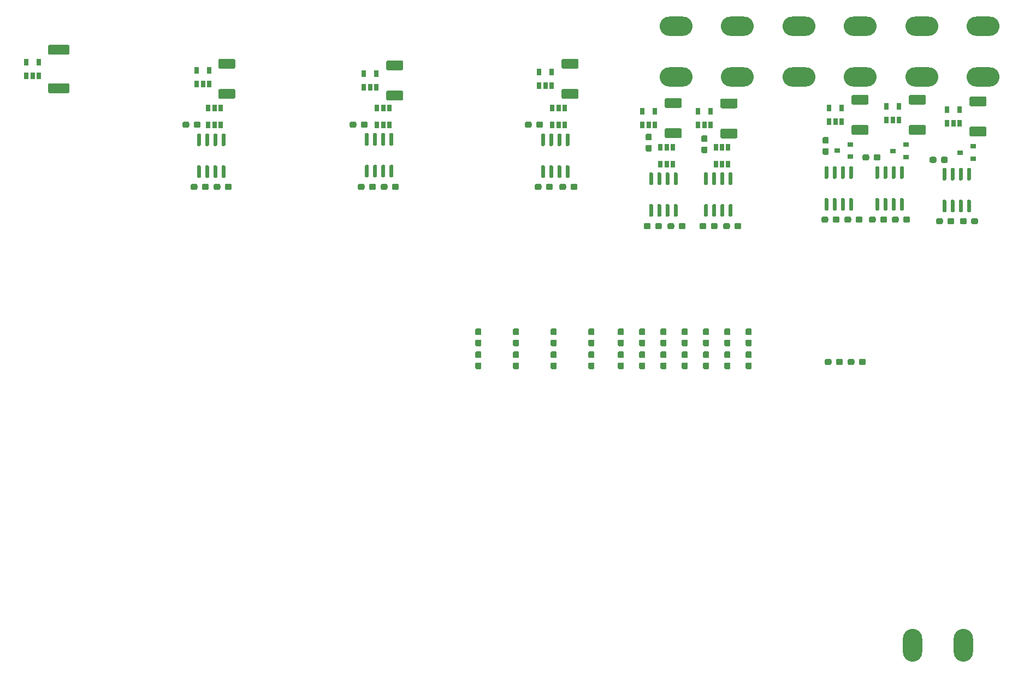
<source format=gbr>
%TF.GenerationSoftware,KiCad,Pcbnew,(5.1.6)-1*%
%TF.CreationDate,2022-03-18T16:24:39-05:00*%
%TF.ProjectId,2022_Rev2,32303232-5f52-4657-9632-2e6b69636164,rev?*%
%TF.SameCoordinates,Original*%
%TF.FileFunction,Paste,Top*%
%TF.FilePolarity,Positive*%
%FSLAX46Y46*%
G04 Gerber Fmt 4.6, Leading zero omitted, Abs format (unit mm)*
G04 Created by KiCad (PCBNEW (5.1.6)-1) date 2022-03-18 16:24:39*
%MOMM*%
%LPD*%
G01*
G04 APERTURE LIST*
%ADD10O,5.100000X3.000000*%
%ADD11R,0.650000X1.060000*%
%ADD12R,0.900000X0.800000*%
%ADD13R,0.700000X1.000000*%
%ADD14O,3.000000X5.100000*%
G04 APERTURE END LIST*
%TO.C,R36*%
G36*
G01*
X231707001Y-50749000D02*
X229556999Y-50749000D01*
G75*
G02*
X229307000Y-50499001I0J249999D01*
G01*
X229307000Y-49473999D01*
G75*
G02*
X229556999Y-49224000I249999J0D01*
G01*
X231707001Y-49224000D01*
G75*
G02*
X231957000Y-49473999I0J-249999D01*
G01*
X231957000Y-50499001D01*
G75*
G02*
X231707001Y-50749000I-249999J0D01*
G01*
G37*
G36*
G01*
X231707001Y-55424000D02*
X229556999Y-55424000D01*
G75*
G02*
X229307000Y-55174001I0J249999D01*
G01*
X229307000Y-54148999D01*
G75*
G02*
X229556999Y-53899000I249999J0D01*
G01*
X231707001Y-53899000D01*
G75*
G02*
X231957000Y-54148999I0J-249999D01*
G01*
X231957000Y-55174001D01*
G75*
G02*
X231707001Y-55424000I-249999J0D01*
G01*
G37*
%TD*%
%TO.C,R35*%
G36*
G01*
X184463001Y-51003000D02*
X182312999Y-51003000D01*
G75*
G02*
X182063000Y-50753001I0J249999D01*
G01*
X182063000Y-49727999D01*
G75*
G02*
X182312999Y-49478000I249999J0D01*
G01*
X184463001Y-49478000D01*
G75*
G02*
X184713000Y-49727999I0J-249999D01*
G01*
X184713000Y-50753001D01*
G75*
G02*
X184463001Y-51003000I-249999J0D01*
G01*
G37*
G36*
G01*
X184463001Y-55678000D02*
X182312999Y-55678000D01*
G75*
G02*
X182063000Y-55428001I0J249999D01*
G01*
X182063000Y-54402999D01*
G75*
G02*
X182312999Y-54153000I249999J0D01*
G01*
X184463001Y-54153000D01*
G75*
G02*
X184713000Y-54402999I0J-249999D01*
G01*
X184713000Y-55428001D01*
G75*
G02*
X184463001Y-55678000I-249999J0D01*
G01*
G37*
%TD*%
%TO.C,R34*%
G36*
G01*
X115248001Y-44907000D02*
X113097999Y-44907000D01*
G75*
G02*
X112848000Y-44657001I0J249999D01*
G01*
X112848000Y-43631999D01*
G75*
G02*
X113097999Y-43382000I249999J0D01*
G01*
X115248001Y-43382000D01*
G75*
G02*
X115498000Y-43631999I0J-249999D01*
G01*
X115498000Y-44657001D01*
G75*
G02*
X115248001Y-44907000I-249999J0D01*
G01*
G37*
G36*
G01*
X115248001Y-49582000D02*
X113097999Y-49582000D01*
G75*
G02*
X112848000Y-49332001I0J249999D01*
G01*
X112848000Y-48306999D01*
G75*
G02*
X113097999Y-48057000I249999J0D01*
G01*
X115248001Y-48057000D01*
G75*
G02*
X115498000Y-48306999I0J-249999D01*
G01*
X115498000Y-49332001D01*
G75*
G02*
X115248001Y-49582000I-249999J0D01*
G01*
G37*
%TD*%
%TO.C,R26*%
G36*
G01*
X193099001Y-51054500D02*
X190948999Y-51054500D01*
G75*
G02*
X190699000Y-50804501I0J249999D01*
G01*
X190699000Y-49779499D01*
G75*
G02*
X190948999Y-49529500I249999J0D01*
G01*
X193099001Y-49529500D01*
G75*
G02*
X193349000Y-49779499I0J-249999D01*
G01*
X193349000Y-50804501D01*
G75*
G02*
X193099001Y-51054500I-249999J0D01*
G01*
G37*
G36*
G01*
X193099001Y-55729500D02*
X190948999Y-55729500D01*
G75*
G02*
X190699000Y-55479501I0J249999D01*
G01*
X190699000Y-54454499D01*
G75*
G02*
X190948999Y-54204500I249999J0D01*
G01*
X193099001Y-54204500D01*
G75*
G02*
X193349000Y-54454499I0J-249999D01*
G01*
X193349000Y-55479501D01*
G75*
G02*
X193099001Y-55729500I-249999J0D01*
G01*
G37*
%TD*%
%TO.C,R23*%
G36*
G01*
X168461001Y-44907000D02*
X166310999Y-44907000D01*
G75*
G02*
X166061000Y-44657001I0J249999D01*
G01*
X166061000Y-43631999D01*
G75*
G02*
X166310999Y-43382000I249999J0D01*
G01*
X168461001Y-43382000D01*
G75*
G02*
X168711000Y-43631999I0J-249999D01*
G01*
X168711000Y-44657001D01*
G75*
G02*
X168461001Y-44907000I-249999J0D01*
G01*
G37*
G36*
G01*
X168461001Y-49582000D02*
X166310999Y-49582000D01*
G75*
G02*
X166061000Y-49332001I0J249999D01*
G01*
X166061000Y-48306999D01*
G75*
G02*
X166310999Y-48057000I249999J0D01*
G01*
X168461001Y-48057000D01*
G75*
G02*
X168711000Y-48306999I0J-249999D01*
G01*
X168711000Y-49332001D01*
G75*
G02*
X168461001Y-49582000I-249999J0D01*
G01*
G37*
%TD*%
%TO.C,R21*%
G36*
G01*
X213419001Y-50495000D02*
X211268999Y-50495000D01*
G75*
G02*
X211019000Y-50245001I0J249999D01*
G01*
X211019000Y-49219999D01*
G75*
G02*
X211268999Y-48970000I249999J0D01*
G01*
X213419001Y-48970000D01*
G75*
G02*
X213669000Y-49219999I0J-249999D01*
G01*
X213669000Y-50245001D01*
G75*
G02*
X213419001Y-50495000I-249999J0D01*
G01*
G37*
G36*
G01*
X213419001Y-55170000D02*
X211268999Y-55170000D01*
G75*
G02*
X211019000Y-54920001I0J249999D01*
G01*
X211019000Y-53894999D01*
G75*
G02*
X211268999Y-53645000I249999J0D01*
G01*
X213419001Y-53645000D01*
G75*
G02*
X213669000Y-53894999I0J-249999D01*
G01*
X213669000Y-54920001D01*
G75*
G02*
X213419001Y-55170000I-249999J0D01*
G01*
G37*
%TD*%
%TO.C,R18*%
G36*
G01*
X222309001Y-50495000D02*
X220158999Y-50495000D01*
G75*
G02*
X219909000Y-50245001I0J249999D01*
G01*
X219909000Y-49219999D01*
G75*
G02*
X220158999Y-48970000I249999J0D01*
G01*
X222309001Y-48970000D01*
G75*
G02*
X222559000Y-49219999I0J-249999D01*
G01*
X222559000Y-50245001D01*
G75*
G02*
X222309001Y-50495000I-249999J0D01*
G01*
G37*
G36*
G01*
X222309001Y-55170000D02*
X220158999Y-55170000D01*
G75*
G02*
X219909000Y-54920001I0J249999D01*
G01*
X219909000Y-53894999D01*
G75*
G02*
X220158999Y-53645000I249999J0D01*
G01*
X222309001Y-53645000D01*
G75*
G02*
X222559000Y-53894999I0J-249999D01*
G01*
X222559000Y-54920001D01*
G75*
G02*
X222309001Y-55170000I-249999J0D01*
G01*
G37*
%TD*%
%TO.C,R16*%
G36*
G01*
X141283001Y-45161000D02*
X139132999Y-45161000D01*
G75*
G02*
X138883000Y-44911001I0J249999D01*
G01*
X138883000Y-43885999D01*
G75*
G02*
X139132999Y-43636000I249999J0D01*
G01*
X141283001Y-43636000D01*
G75*
G02*
X141533000Y-43885999I0J-249999D01*
G01*
X141533000Y-44911001D01*
G75*
G02*
X141283001Y-45161000I-249999J0D01*
G01*
G37*
G36*
G01*
X141283001Y-49836000D02*
X139132999Y-49836000D01*
G75*
G02*
X138883000Y-49586001I0J249999D01*
G01*
X138883000Y-48560999D01*
G75*
G02*
X139132999Y-48311000I249999J0D01*
G01*
X141283001Y-48311000D01*
G75*
G02*
X141533000Y-48560999I0J-249999D01*
G01*
X141533000Y-49586001D01*
G75*
G02*
X141283001Y-49836000I-249999J0D01*
G01*
G37*
%TD*%
%TO.C,R2*%
G36*
G01*
X89563001Y-42733000D02*
X86712999Y-42733000D01*
G75*
G02*
X86463000Y-42483001I0J249999D01*
G01*
X86463000Y-41457999D01*
G75*
G02*
X86712999Y-41208000I249999J0D01*
G01*
X89563001Y-41208000D01*
G75*
G02*
X89813000Y-41457999I0J-249999D01*
G01*
X89813000Y-42483001D01*
G75*
G02*
X89563001Y-42733000I-249999J0D01*
G01*
G37*
G36*
G01*
X89563001Y-48708000D02*
X86712999Y-48708000D01*
G75*
G02*
X86463000Y-48458001I0J249999D01*
G01*
X86463000Y-47432999D01*
G75*
G02*
X86712999Y-47183000I249999J0D01*
G01*
X89563001Y-47183000D01*
G75*
G02*
X89813000Y-47432999I0J-249999D01*
G01*
X89813000Y-48458001D01*
G75*
G02*
X89563001Y-48708000I-249999J0D01*
G01*
G37*
%TD*%
D10*
%TO.C,Conn10*%
X231425000Y-38285000D03*
X231425000Y-46159000D03*
%TD*%
%TO.C,Conn5*%
X212375000Y-38285000D03*
X212375000Y-46159000D03*
%TD*%
%TO.C,Conn7*%
X193325000Y-38285000D03*
X193325000Y-46159000D03*
%TD*%
%TO.C,Conn8*%
X221900000Y-38278000D03*
X221900000Y-46152000D03*
%TD*%
%TO.C,Conn6*%
X183800000Y-38285000D03*
X183800000Y-46159000D03*
%TD*%
%TO.C,Conn11*%
X202850000Y-38285000D03*
X202850000Y-46159000D03*
%TD*%
D11*
%TO.C,U25*%
X225872000Y-51224000D03*
X227772000Y-51224000D03*
X227772000Y-53424000D03*
X226822000Y-53424000D03*
X225872000Y-53424000D03*
%TD*%
%TO.C,U24*%
X178628000Y-51478000D03*
X180528000Y-51478000D03*
X180528000Y-53678000D03*
X179578000Y-53678000D03*
X178628000Y-53678000D03*
%TD*%
%TO.C,U23*%
X109540000Y-45128000D03*
X111440000Y-45128000D03*
X111440000Y-47328000D03*
X110490000Y-47328000D03*
X109540000Y-47328000D03*
%TD*%
%TO.C,U22*%
G36*
G01*
X225575000Y-62254000D02*
X225275000Y-62254000D01*
G75*
G02*
X225125000Y-62104000I0J150000D01*
G01*
X225125000Y-60454000D01*
G75*
G02*
X225275000Y-60304000I150000J0D01*
G01*
X225575000Y-60304000D01*
G75*
G02*
X225725000Y-60454000I0J-150000D01*
G01*
X225725000Y-62104000D01*
G75*
G02*
X225575000Y-62254000I-150000J0D01*
G01*
G37*
G36*
G01*
X226845000Y-62254000D02*
X226545000Y-62254000D01*
G75*
G02*
X226395000Y-62104000I0J150000D01*
G01*
X226395000Y-60454000D01*
G75*
G02*
X226545000Y-60304000I150000J0D01*
G01*
X226845000Y-60304000D01*
G75*
G02*
X226995000Y-60454000I0J-150000D01*
G01*
X226995000Y-62104000D01*
G75*
G02*
X226845000Y-62254000I-150000J0D01*
G01*
G37*
G36*
G01*
X228115000Y-62254000D02*
X227815000Y-62254000D01*
G75*
G02*
X227665000Y-62104000I0J150000D01*
G01*
X227665000Y-60454000D01*
G75*
G02*
X227815000Y-60304000I150000J0D01*
G01*
X228115000Y-60304000D01*
G75*
G02*
X228265000Y-60454000I0J-150000D01*
G01*
X228265000Y-62104000D01*
G75*
G02*
X228115000Y-62254000I-150000J0D01*
G01*
G37*
G36*
G01*
X229385000Y-62254000D02*
X229085000Y-62254000D01*
G75*
G02*
X228935000Y-62104000I0J150000D01*
G01*
X228935000Y-60454000D01*
G75*
G02*
X229085000Y-60304000I150000J0D01*
G01*
X229385000Y-60304000D01*
G75*
G02*
X229535000Y-60454000I0J-150000D01*
G01*
X229535000Y-62104000D01*
G75*
G02*
X229385000Y-62254000I-150000J0D01*
G01*
G37*
G36*
G01*
X229385000Y-67204000D02*
X229085000Y-67204000D01*
G75*
G02*
X228935000Y-67054000I0J150000D01*
G01*
X228935000Y-65404000D01*
G75*
G02*
X229085000Y-65254000I150000J0D01*
G01*
X229385000Y-65254000D01*
G75*
G02*
X229535000Y-65404000I0J-150000D01*
G01*
X229535000Y-67054000D01*
G75*
G02*
X229385000Y-67204000I-150000J0D01*
G01*
G37*
G36*
G01*
X228115000Y-67204000D02*
X227815000Y-67204000D01*
G75*
G02*
X227665000Y-67054000I0J150000D01*
G01*
X227665000Y-65404000D01*
G75*
G02*
X227815000Y-65254000I150000J0D01*
G01*
X228115000Y-65254000D01*
G75*
G02*
X228265000Y-65404000I0J-150000D01*
G01*
X228265000Y-67054000D01*
G75*
G02*
X228115000Y-67204000I-150000J0D01*
G01*
G37*
G36*
G01*
X226845000Y-67204000D02*
X226545000Y-67204000D01*
G75*
G02*
X226395000Y-67054000I0J150000D01*
G01*
X226395000Y-65404000D01*
G75*
G02*
X226545000Y-65254000I150000J0D01*
G01*
X226845000Y-65254000D01*
G75*
G02*
X226995000Y-65404000I0J-150000D01*
G01*
X226995000Y-67054000D01*
G75*
G02*
X226845000Y-67204000I-150000J0D01*
G01*
G37*
G36*
G01*
X225575000Y-67204000D02*
X225275000Y-67204000D01*
G75*
G02*
X225125000Y-67054000I0J150000D01*
G01*
X225125000Y-65404000D01*
G75*
G02*
X225275000Y-65254000I150000J0D01*
G01*
X225575000Y-65254000D01*
G75*
G02*
X225725000Y-65404000I0J-150000D01*
G01*
X225725000Y-67054000D01*
G75*
G02*
X225575000Y-67204000I-150000J0D01*
G01*
G37*
%TD*%
%TO.C,U21*%
G36*
G01*
X180109000Y-62951000D02*
X179809000Y-62951000D01*
G75*
G02*
X179659000Y-62801000I0J150000D01*
G01*
X179659000Y-61151000D01*
G75*
G02*
X179809000Y-61001000I150000J0D01*
G01*
X180109000Y-61001000D01*
G75*
G02*
X180259000Y-61151000I0J-150000D01*
G01*
X180259000Y-62801000D01*
G75*
G02*
X180109000Y-62951000I-150000J0D01*
G01*
G37*
G36*
G01*
X181379000Y-62951000D02*
X181079000Y-62951000D01*
G75*
G02*
X180929000Y-62801000I0J150000D01*
G01*
X180929000Y-61151000D01*
G75*
G02*
X181079000Y-61001000I150000J0D01*
G01*
X181379000Y-61001000D01*
G75*
G02*
X181529000Y-61151000I0J-150000D01*
G01*
X181529000Y-62801000D01*
G75*
G02*
X181379000Y-62951000I-150000J0D01*
G01*
G37*
G36*
G01*
X182649000Y-62951000D02*
X182349000Y-62951000D01*
G75*
G02*
X182199000Y-62801000I0J150000D01*
G01*
X182199000Y-61151000D01*
G75*
G02*
X182349000Y-61001000I150000J0D01*
G01*
X182649000Y-61001000D01*
G75*
G02*
X182799000Y-61151000I0J-150000D01*
G01*
X182799000Y-62801000D01*
G75*
G02*
X182649000Y-62951000I-150000J0D01*
G01*
G37*
G36*
G01*
X183919000Y-62951000D02*
X183619000Y-62951000D01*
G75*
G02*
X183469000Y-62801000I0J150000D01*
G01*
X183469000Y-61151000D01*
G75*
G02*
X183619000Y-61001000I150000J0D01*
G01*
X183919000Y-61001000D01*
G75*
G02*
X184069000Y-61151000I0J-150000D01*
G01*
X184069000Y-62801000D01*
G75*
G02*
X183919000Y-62951000I-150000J0D01*
G01*
G37*
G36*
G01*
X183919000Y-67901000D02*
X183619000Y-67901000D01*
G75*
G02*
X183469000Y-67751000I0J150000D01*
G01*
X183469000Y-66101000D01*
G75*
G02*
X183619000Y-65951000I150000J0D01*
G01*
X183919000Y-65951000D01*
G75*
G02*
X184069000Y-66101000I0J-150000D01*
G01*
X184069000Y-67751000D01*
G75*
G02*
X183919000Y-67901000I-150000J0D01*
G01*
G37*
G36*
G01*
X182649000Y-67901000D02*
X182349000Y-67901000D01*
G75*
G02*
X182199000Y-67751000I0J150000D01*
G01*
X182199000Y-66101000D01*
G75*
G02*
X182349000Y-65951000I150000J0D01*
G01*
X182649000Y-65951000D01*
G75*
G02*
X182799000Y-66101000I0J-150000D01*
G01*
X182799000Y-67751000D01*
G75*
G02*
X182649000Y-67901000I-150000J0D01*
G01*
G37*
G36*
G01*
X181379000Y-67901000D02*
X181079000Y-67901000D01*
G75*
G02*
X180929000Y-67751000I0J150000D01*
G01*
X180929000Y-66101000D01*
G75*
G02*
X181079000Y-65951000I150000J0D01*
G01*
X181379000Y-65951000D01*
G75*
G02*
X181529000Y-66101000I0J-150000D01*
G01*
X181529000Y-67751000D01*
G75*
G02*
X181379000Y-67901000I-150000J0D01*
G01*
G37*
G36*
G01*
X180109000Y-67901000D02*
X179809000Y-67901000D01*
G75*
G02*
X179659000Y-67751000I0J150000D01*
G01*
X179659000Y-66101000D01*
G75*
G02*
X179809000Y-65951000I150000J0D01*
G01*
X180109000Y-65951000D01*
G75*
G02*
X180259000Y-66101000I0J-150000D01*
G01*
X180259000Y-67751000D01*
G75*
G02*
X180109000Y-67901000I-150000J0D01*
G01*
G37*
%TD*%
%TO.C,U20*%
G36*
G01*
X110005000Y-56920000D02*
X109705000Y-56920000D01*
G75*
G02*
X109555000Y-56770000I0J150000D01*
G01*
X109555000Y-55120000D01*
G75*
G02*
X109705000Y-54970000I150000J0D01*
G01*
X110005000Y-54970000D01*
G75*
G02*
X110155000Y-55120000I0J-150000D01*
G01*
X110155000Y-56770000D01*
G75*
G02*
X110005000Y-56920000I-150000J0D01*
G01*
G37*
G36*
G01*
X111275000Y-56920000D02*
X110975000Y-56920000D01*
G75*
G02*
X110825000Y-56770000I0J150000D01*
G01*
X110825000Y-55120000D01*
G75*
G02*
X110975000Y-54970000I150000J0D01*
G01*
X111275000Y-54970000D01*
G75*
G02*
X111425000Y-55120000I0J-150000D01*
G01*
X111425000Y-56770000D01*
G75*
G02*
X111275000Y-56920000I-150000J0D01*
G01*
G37*
G36*
G01*
X112545000Y-56920000D02*
X112245000Y-56920000D01*
G75*
G02*
X112095000Y-56770000I0J150000D01*
G01*
X112095000Y-55120000D01*
G75*
G02*
X112245000Y-54970000I150000J0D01*
G01*
X112545000Y-54970000D01*
G75*
G02*
X112695000Y-55120000I0J-150000D01*
G01*
X112695000Y-56770000D01*
G75*
G02*
X112545000Y-56920000I-150000J0D01*
G01*
G37*
G36*
G01*
X113815000Y-56920000D02*
X113515000Y-56920000D01*
G75*
G02*
X113365000Y-56770000I0J150000D01*
G01*
X113365000Y-55120000D01*
G75*
G02*
X113515000Y-54970000I150000J0D01*
G01*
X113815000Y-54970000D01*
G75*
G02*
X113965000Y-55120000I0J-150000D01*
G01*
X113965000Y-56770000D01*
G75*
G02*
X113815000Y-56920000I-150000J0D01*
G01*
G37*
G36*
G01*
X113815000Y-61870000D02*
X113515000Y-61870000D01*
G75*
G02*
X113365000Y-61720000I0J150000D01*
G01*
X113365000Y-60070000D01*
G75*
G02*
X113515000Y-59920000I150000J0D01*
G01*
X113815000Y-59920000D01*
G75*
G02*
X113965000Y-60070000I0J-150000D01*
G01*
X113965000Y-61720000D01*
G75*
G02*
X113815000Y-61870000I-150000J0D01*
G01*
G37*
G36*
G01*
X112545000Y-61870000D02*
X112245000Y-61870000D01*
G75*
G02*
X112095000Y-61720000I0J150000D01*
G01*
X112095000Y-60070000D01*
G75*
G02*
X112245000Y-59920000I150000J0D01*
G01*
X112545000Y-59920000D01*
G75*
G02*
X112695000Y-60070000I0J-150000D01*
G01*
X112695000Y-61720000D01*
G75*
G02*
X112545000Y-61870000I-150000J0D01*
G01*
G37*
G36*
G01*
X111275000Y-61870000D02*
X110975000Y-61870000D01*
G75*
G02*
X110825000Y-61720000I0J150000D01*
G01*
X110825000Y-60070000D01*
G75*
G02*
X110975000Y-59920000I150000J0D01*
G01*
X111275000Y-59920000D01*
G75*
G02*
X111425000Y-60070000I0J-150000D01*
G01*
X111425000Y-61720000D01*
G75*
G02*
X111275000Y-61870000I-150000J0D01*
G01*
G37*
G36*
G01*
X110005000Y-61870000D02*
X109705000Y-61870000D01*
G75*
G02*
X109555000Y-61720000I0J150000D01*
G01*
X109555000Y-60070000D01*
G75*
G02*
X109705000Y-59920000I150000J0D01*
G01*
X110005000Y-59920000D01*
G75*
G02*
X110155000Y-60070000I0J-150000D01*
G01*
X110155000Y-61720000D01*
G75*
G02*
X110005000Y-61870000I-150000J0D01*
G01*
G37*
%TD*%
%TO.C,U19*%
X187264000Y-51478000D03*
X189164000Y-51478000D03*
X189164000Y-53678000D03*
X188214000Y-53678000D03*
X187264000Y-53678000D03*
%TD*%
%TO.C,U18*%
G36*
G01*
X188618000Y-62951000D02*
X188318000Y-62951000D01*
G75*
G02*
X188168000Y-62801000I0J150000D01*
G01*
X188168000Y-61151000D01*
G75*
G02*
X188318000Y-61001000I150000J0D01*
G01*
X188618000Y-61001000D01*
G75*
G02*
X188768000Y-61151000I0J-150000D01*
G01*
X188768000Y-62801000D01*
G75*
G02*
X188618000Y-62951000I-150000J0D01*
G01*
G37*
G36*
G01*
X189888000Y-62951000D02*
X189588000Y-62951000D01*
G75*
G02*
X189438000Y-62801000I0J150000D01*
G01*
X189438000Y-61151000D01*
G75*
G02*
X189588000Y-61001000I150000J0D01*
G01*
X189888000Y-61001000D01*
G75*
G02*
X190038000Y-61151000I0J-150000D01*
G01*
X190038000Y-62801000D01*
G75*
G02*
X189888000Y-62951000I-150000J0D01*
G01*
G37*
G36*
G01*
X191158000Y-62951000D02*
X190858000Y-62951000D01*
G75*
G02*
X190708000Y-62801000I0J150000D01*
G01*
X190708000Y-61151000D01*
G75*
G02*
X190858000Y-61001000I150000J0D01*
G01*
X191158000Y-61001000D01*
G75*
G02*
X191308000Y-61151000I0J-150000D01*
G01*
X191308000Y-62801000D01*
G75*
G02*
X191158000Y-62951000I-150000J0D01*
G01*
G37*
G36*
G01*
X192428000Y-62951000D02*
X192128000Y-62951000D01*
G75*
G02*
X191978000Y-62801000I0J150000D01*
G01*
X191978000Y-61151000D01*
G75*
G02*
X192128000Y-61001000I150000J0D01*
G01*
X192428000Y-61001000D01*
G75*
G02*
X192578000Y-61151000I0J-150000D01*
G01*
X192578000Y-62801000D01*
G75*
G02*
X192428000Y-62951000I-150000J0D01*
G01*
G37*
G36*
G01*
X192428000Y-67901000D02*
X192128000Y-67901000D01*
G75*
G02*
X191978000Y-67751000I0J150000D01*
G01*
X191978000Y-66101000D01*
G75*
G02*
X192128000Y-65951000I150000J0D01*
G01*
X192428000Y-65951000D01*
G75*
G02*
X192578000Y-66101000I0J-150000D01*
G01*
X192578000Y-67751000D01*
G75*
G02*
X192428000Y-67901000I-150000J0D01*
G01*
G37*
G36*
G01*
X191158000Y-67901000D02*
X190858000Y-67901000D01*
G75*
G02*
X190708000Y-67751000I0J150000D01*
G01*
X190708000Y-66101000D01*
G75*
G02*
X190858000Y-65951000I150000J0D01*
G01*
X191158000Y-65951000D01*
G75*
G02*
X191308000Y-66101000I0J-150000D01*
G01*
X191308000Y-67751000D01*
G75*
G02*
X191158000Y-67901000I-150000J0D01*
G01*
G37*
G36*
G01*
X189888000Y-67901000D02*
X189588000Y-67901000D01*
G75*
G02*
X189438000Y-67751000I0J150000D01*
G01*
X189438000Y-66101000D01*
G75*
G02*
X189588000Y-65951000I150000J0D01*
G01*
X189888000Y-65951000D01*
G75*
G02*
X190038000Y-66101000I0J-150000D01*
G01*
X190038000Y-67751000D01*
G75*
G02*
X189888000Y-67901000I-150000J0D01*
G01*
G37*
G36*
G01*
X188618000Y-67901000D02*
X188318000Y-67901000D01*
G75*
G02*
X188168000Y-67751000I0J150000D01*
G01*
X188168000Y-66101000D01*
G75*
G02*
X188318000Y-65951000I150000J0D01*
G01*
X188618000Y-65951000D01*
G75*
G02*
X188768000Y-66101000I0J-150000D01*
G01*
X188768000Y-67751000D01*
G75*
G02*
X188618000Y-67901000I-150000J0D01*
G01*
G37*
%TD*%
%TO.C,U17*%
G36*
G01*
X163345000Y-56920000D02*
X163045000Y-56920000D01*
G75*
G02*
X162895000Y-56770000I0J150000D01*
G01*
X162895000Y-55120000D01*
G75*
G02*
X163045000Y-54970000I150000J0D01*
G01*
X163345000Y-54970000D01*
G75*
G02*
X163495000Y-55120000I0J-150000D01*
G01*
X163495000Y-56770000D01*
G75*
G02*
X163345000Y-56920000I-150000J0D01*
G01*
G37*
G36*
G01*
X164615000Y-56920000D02*
X164315000Y-56920000D01*
G75*
G02*
X164165000Y-56770000I0J150000D01*
G01*
X164165000Y-55120000D01*
G75*
G02*
X164315000Y-54970000I150000J0D01*
G01*
X164615000Y-54970000D01*
G75*
G02*
X164765000Y-55120000I0J-150000D01*
G01*
X164765000Y-56770000D01*
G75*
G02*
X164615000Y-56920000I-150000J0D01*
G01*
G37*
G36*
G01*
X165885000Y-56920000D02*
X165585000Y-56920000D01*
G75*
G02*
X165435000Y-56770000I0J150000D01*
G01*
X165435000Y-55120000D01*
G75*
G02*
X165585000Y-54970000I150000J0D01*
G01*
X165885000Y-54970000D01*
G75*
G02*
X166035000Y-55120000I0J-150000D01*
G01*
X166035000Y-56770000D01*
G75*
G02*
X165885000Y-56920000I-150000J0D01*
G01*
G37*
G36*
G01*
X167155000Y-56920000D02*
X166855000Y-56920000D01*
G75*
G02*
X166705000Y-56770000I0J150000D01*
G01*
X166705000Y-55120000D01*
G75*
G02*
X166855000Y-54970000I150000J0D01*
G01*
X167155000Y-54970000D01*
G75*
G02*
X167305000Y-55120000I0J-150000D01*
G01*
X167305000Y-56770000D01*
G75*
G02*
X167155000Y-56920000I-150000J0D01*
G01*
G37*
G36*
G01*
X167155000Y-61870000D02*
X166855000Y-61870000D01*
G75*
G02*
X166705000Y-61720000I0J150000D01*
G01*
X166705000Y-60070000D01*
G75*
G02*
X166855000Y-59920000I150000J0D01*
G01*
X167155000Y-59920000D01*
G75*
G02*
X167305000Y-60070000I0J-150000D01*
G01*
X167305000Y-61720000D01*
G75*
G02*
X167155000Y-61870000I-150000J0D01*
G01*
G37*
G36*
G01*
X165885000Y-61870000D02*
X165585000Y-61870000D01*
G75*
G02*
X165435000Y-61720000I0J150000D01*
G01*
X165435000Y-60070000D01*
G75*
G02*
X165585000Y-59920000I150000J0D01*
G01*
X165885000Y-59920000D01*
G75*
G02*
X166035000Y-60070000I0J-150000D01*
G01*
X166035000Y-61720000D01*
G75*
G02*
X165885000Y-61870000I-150000J0D01*
G01*
G37*
G36*
G01*
X164615000Y-61870000D02*
X164315000Y-61870000D01*
G75*
G02*
X164165000Y-61720000I0J150000D01*
G01*
X164165000Y-60070000D01*
G75*
G02*
X164315000Y-59920000I150000J0D01*
G01*
X164615000Y-59920000D01*
G75*
G02*
X164765000Y-60070000I0J-150000D01*
G01*
X164765000Y-61720000D01*
G75*
G02*
X164615000Y-61870000I-150000J0D01*
G01*
G37*
G36*
G01*
X163345000Y-61870000D02*
X163045000Y-61870000D01*
G75*
G02*
X162895000Y-61720000I0J150000D01*
G01*
X162895000Y-60070000D01*
G75*
G02*
X163045000Y-59920000I150000J0D01*
G01*
X163345000Y-59920000D01*
G75*
G02*
X163495000Y-60070000I0J-150000D01*
G01*
X163495000Y-61720000D01*
G75*
G02*
X163345000Y-61870000I-150000J0D01*
G01*
G37*
%TD*%
%TO.C,U16*%
X162626000Y-45382000D03*
X164526000Y-45382000D03*
X164526000Y-47582000D03*
X163576000Y-47582000D03*
X162626000Y-47582000D03*
%TD*%
%TO.C,U15*%
X207584000Y-50970000D03*
X209484000Y-50970000D03*
X209484000Y-53170000D03*
X208534000Y-53170000D03*
X207584000Y-53170000D03*
%TD*%
%TO.C,U13*%
X216474000Y-50716000D03*
X218374000Y-50716000D03*
X218374000Y-52916000D03*
X217424000Y-52916000D03*
X216474000Y-52916000D03*
%TD*%
%TO.C,U12*%
X135448000Y-45636000D03*
X137348000Y-45636000D03*
X137348000Y-47836000D03*
X136398000Y-47836000D03*
X135448000Y-47836000D03*
%TD*%
%TO.C,U11*%
G36*
G01*
X207287000Y-62000000D02*
X206987000Y-62000000D01*
G75*
G02*
X206837000Y-61850000I0J150000D01*
G01*
X206837000Y-60200000D01*
G75*
G02*
X206987000Y-60050000I150000J0D01*
G01*
X207287000Y-60050000D01*
G75*
G02*
X207437000Y-60200000I0J-150000D01*
G01*
X207437000Y-61850000D01*
G75*
G02*
X207287000Y-62000000I-150000J0D01*
G01*
G37*
G36*
G01*
X208557000Y-62000000D02*
X208257000Y-62000000D01*
G75*
G02*
X208107000Y-61850000I0J150000D01*
G01*
X208107000Y-60200000D01*
G75*
G02*
X208257000Y-60050000I150000J0D01*
G01*
X208557000Y-60050000D01*
G75*
G02*
X208707000Y-60200000I0J-150000D01*
G01*
X208707000Y-61850000D01*
G75*
G02*
X208557000Y-62000000I-150000J0D01*
G01*
G37*
G36*
G01*
X209827000Y-62000000D02*
X209527000Y-62000000D01*
G75*
G02*
X209377000Y-61850000I0J150000D01*
G01*
X209377000Y-60200000D01*
G75*
G02*
X209527000Y-60050000I150000J0D01*
G01*
X209827000Y-60050000D01*
G75*
G02*
X209977000Y-60200000I0J-150000D01*
G01*
X209977000Y-61850000D01*
G75*
G02*
X209827000Y-62000000I-150000J0D01*
G01*
G37*
G36*
G01*
X211097000Y-62000000D02*
X210797000Y-62000000D01*
G75*
G02*
X210647000Y-61850000I0J150000D01*
G01*
X210647000Y-60200000D01*
G75*
G02*
X210797000Y-60050000I150000J0D01*
G01*
X211097000Y-60050000D01*
G75*
G02*
X211247000Y-60200000I0J-150000D01*
G01*
X211247000Y-61850000D01*
G75*
G02*
X211097000Y-62000000I-150000J0D01*
G01*
G37*
G36*
G01*
X211097000Y-66950000D02*
X210797000Y-66950000D01*
G75*
G02*
X210647000Y-66800000I0J150000D01*
G01*
X210647000Y-65150000D01*
G75*
G02*
X210797000Y-65000000I150000J0D01*
G01*
X211097000Y-65000000D01*
G75*
G02*
X211247000Y-65150000I0J-150000D01*
G01*
X211247000Y-66800000D01*
G75*
G02*
X211097000Y-66950000I-150000J0D01*
G01*
G37*
G36*
G01*
X209827000Y-66950000D02*
X209527000Y-66950000D01*
G75*
G02*
X209377000Y-66800000I0J150000D01*
G01*
X209377000Y-65150000D01*
G75*
G02*
X209527000Y-65000000I150000J0D01*
G01*
X209827000Y-65000000D01*
G75*
G02*
X209977000Y-65150000I0J-150000D01*
G01*
X209977000Y-66800000D01*
G75*
G02*
X209827000Y-66950000I-150000J0D01*
G01*
G37*
G36*
G01*
X208557000Y-66950000D02*
X208257000Y-66950000D01*
G75*
G02*
X208107000Y-66800000I0J150000D01*
G01*
X208107000Y-65150000D01*
G75*
G02*
X208257000Y-65000000I150000J0D01*
G01*
X208557000Y-65000000D01*
G75*
G02*
X208707000Y-65150000I0J-150000D01*
G01*
X208707000Y-66800000D01*
G75*
G02*
X208557000Y-66950000I-150000J0D01*
G01*
G37*
G36*
G01*
X207287000Y-66950000D02*
X206987000Y-66950000D01*
G75*
G02*
X206837000Y-66800000I0J150000D01*
G01*
X206837000Y-65150000D01*
G75*
G02*
X206987000Y-65000000I150000J0D01*
G01*
X207287000Y-65000000D01*
G75*
G02*
X207437000Y-65150000I0J-150000D01*
G01*
X207437000Y-66800000D01*
G75*
G02*
X207287000Y-66950000I-150000J0D01*
G01*
G37*
%TD*%
%TO.C,U9*%
G36*
G01*
X215161000Y-62000000D02*
X214861000Y-62000000D01*
G75*
G02*
X214711000Y-61850000I0J150000D01*
G01*
X214711000Y-60200000D01*
G75*
G02*
X214861000Y-60050000I150000J0D01*
G01*
X215161000Y-60050000D01*
G75*
G02*
X215311000Y-60200000I0J-150000D01*
G01*
X215311000Y-61850000D01*
G75*
G02*
X215161000Y-62000000I-150000J0D01*
G01*
G37*
G36*
G01*
X216431000Y-62000000D02*
X216131000Y-62000000D01*
G75*
G02*
X215981000Y-61850000I0J150000D01*
G01*
X215981000Y-60200000D01*
G75*
G02*
X216131000Y-60050000I150000J0D01*
G01*
X216431000Y-60050000D01*
G75*
G02*
X216581000Y-60200000I0J-150000D01*
G01*
X216581000Y-61850000D01*
G75*
G02*
X216431000Y-62000000I-150000J0D01*
G01*
G37*
G36*
G01*
X217701000Y-62000000D02*
X217401000Y-62000000D01*
G75*
G02*
X217251000Y-61850000I0J150000D01*
G01*
X217251000Y-60200000D01*
G75*
G02*
X217401000Y-60050000I150000J0D01*
G01*
X217701000Y-60050000D01*
G75*
G02*
X217851000Y-60200000I0J-150000D01*
G01*
X217851000Y-61850000D01*
G75*
G02*
X217701000Y-62000000I-150000J0D01*
G01*
G37*
G36*
G01*
X218971000Y-62000000D02*
X218671000Y-62000000D01*
G75*
G02*
X218521000Y-61850000I0J150000D01*
G01*
X218521000Y-60200000D01*
G75*
G02*
X218671000Y-60050000I150000J0D01*
G01*
X218971000Y-60050000D01*
G75*
G02*
X219121000Y-60200000I0J-150000D01*
G01*
X219121000Y-61850000D01*
G75*
G02*
X218971000Y-62000000I-150000J0D01*
G01*
G37*
G36*
G01*
X218971000Y-66950000D02*
X218671000Y-66950000D01*
G75*
G02*
X218521000Y-66800000I0J150000D01*
G01*
X218521000Y-65150000D01*
G75*
G02*
X218671000Y-65000000I150000J0D01*
G01*
X218971000Y-65000000D01*
G75*
G02*
X219121000Y-65150000I0J-150000D01*
G01*
X219121000Y-66800000D01*
G75*
G02*
X218971000Y-66950000I-150000J0D01*
G01*
G37*
G36*
G01*
X217701000Y-66950000D02*
X217401000Y-66950000D01*
G75*
G02*
X217251000Y-66800000I0J150000D01*
G01*
X217251000Y-65150000D01*
G75*
G02*
X217401000Y-65000000I150000J0D01*
G01*
X217701000Y-65000000D01*
G75*
G02*
X217851000Y-65150000I0J-150000D01*
G01*
X217851000Y-66800000D01*
G75*
G02*
X217701000Y-66950000I-150000J0D01*
G01*
G37*
G36*
G01*
X216431000Y-66950000D02*
X216131000Y-66950000D01*
G75*
G02*
X215981000Y-66800000I0J150000D01*
G01*
X215981000Y-65150000D01*
G75*
G02*
X216131000Y-65000000I150000J0D01*
G01*
X216431000Y-65000000D01*
G75*
G02*
X216581000Y-65150000I0J-150000D01*
G01*
X216581000Y-66800000D01*
G75*
G02*
X216431000Y-66950000I-150000J0D01*
G01*
G37*
G36*
G01*
X215161000Y-66950000D02*
X214861000Y-66950000D01*
G75*
G02*
X214711000Y-66800000I0J150000D01*
G01*
X214711000Y-65150000D01*
G75*
G02*
X214861000Y-65000000I150000J0D01*
G01*
X215161000Y-65000000D01*
G75*
G02*
X215311000Y-65150000I0J-150000D01*
G01*
X215311000Y-66800000D01*
G75*
G02*
X215161000Y-66950000I-150000J0D01*
G01*
G37*
%TD*%
%TO.C,U8*%
G36*
G01*
X136040000Y-56855000D02*
X135740000Y-56855000D01*
G75*
G02*
X135590000Y-56705000I0J150000D01*
G01*
X135590000Y-55055000D01*
G75*
G02*
X135740000Y-54905000I150000J0D01*
G01*
X136040000Y-54905000D01*
G75*
G02*
X136190000Y-55055000I0J-150000D01*
G01*
X136190000Y-56705000D01*
G75*
G02*
X136040000Y-56855000I-150000J0D01*
G01*
G37*
G36*
G01*
X137310000Y-56855000D02*
X137010000Y-56855000D01*
G75*
G02*
X136860000Y-56705000I0J150000D01*
G01*
X136860000Y-55055000D01*
G75*
G02*
X137010000Y-54905000I150000J0D01*
G01*
X137310000Y-54905000D01*
G75*
G02*
X137460000Y-55055000I0J-150000D01*
G01*
X137460000Y-56705000D01*
G75*
G02*
X137310000Y-56855000I-150000J0D01*
G01*
G37*
G36*
G01*
X138580000Y-56855000D02*
X138280000Y-56855000D01*
G75*
G02*
X138130000Y-56705000I0J150000D01*
G01*
X138130000Y-55055000D01*
G75*
G02*
X138280000Y-54905000I150000J0D01*
G01*
X138580000Y-54905000D01*
G75*
G02*
X138730000Y-55055000I0J-150000D01*
G01*
X138730000Y-56705000D01*
G75*
G02*
X138580000Y-56855000I-150000J0D01*
G01*
G37*
G36*
G01*
X139850000Y-56855000D02*
X139550000Y-56855000D01*
G75*
G02*
X139400000Y-56705000I0J150000D01*
G01*
X139400000Y-55055000D01*
G75*
G02*
X139550000Y-54905000I150000J0D01*
G01*
X139850000Y-54905000D01*
G75*
G02*
X140000000Y-55055000I0J-150000D01*
G01*
X140000000Y-56705000D01*
G75*
G02*
X139850000Y-56855000I-150000J0D01*
G01*
G37*
G36*
G01*
X139850000Y-61805000D02*
X139550000Y-61805000D01*
G75*
G02*
X139400000Y-61655000I0J150000D01*
G01*
X139400000Y-60005000D01*
G75*
G02*
X139550000Y-59855000I150000J0D01*
G01*
X139850000Y-59855000D01*
G75*
G02*
X140000000Y-60005000I0J-150000D01*
G01*
X140000000Y-61655000D01*
G75*
G02*
X139850000Y-61805000I-150000J0D01*
G01*
G37*
G36*
G01*
X138580000Y-61805000D02*
X138280000Y-61805000D01*
G75*
G02*
X138130000Y-61655000I0J150000D01*
G01*
X138130000Y-60005000D01*
G75*
G02*
X138280000Y-59855000I150000J0D01*
G01*
X138580000Y-59855000D01*
G75*
G02*
X138730000Y-60005000I0J-150000D01*
G01*
X138730000Y-61655000D01*
G75*
G02*
X138580000Y-61805000I-150000J0D01*
G01*
G37*
G36*
G01*
X137310000Y-61805000D02*
X137010000Y-61805000D01*
G75*
G02*
X136860000Y-61655000I0J150000D01*
G01*
X136860000Y-60005000D01*
G75*
G02*
X137010000Y-59855000I150000J0D01*
G01*
X137310000Y-59855000D01*
G75*
G02*
X137460000Y-60005000I0J-150000D01*
G01*
X137460000Y-61655000D01*
G75*
G02*
X137310000Y-61805000I-150000J0D01*
G01*
G37*
G36*
G01*
X136040000Y-61805000D02*
X135740000Y-61805000D01*
G75*
G02*
X135590000Y-61655000I0J150000D01*
G01*
X135590000Y-60005000D01*
G75*
G02*
X135740000Y-59855000I150000J0D01*
G01*
X136040000Y-59855000D01*
G75*
G02*
X136190000Y-60005000I0J-150000D01*
G01*
X136190000Y-61655000D01*
G75*
G02*
X136040000Y-61805000I-150000J0D01*
G01*
G37*
%TD*%
%TO.C,U2*%
X83124000Y-43858000D03*
X85024000Y-43858000D03*
X85024000Y-46058000D03*
X84074000Y-46058000D03*
X83124000Y-46058000D03*
%TD*%
%TO.C,R33*%
G36*
G01*
X191532500Y-90520000D02*
X192007500Y-90520000D01*
G75*
G02*
X192245000Y-90757500I0J-237500D01*
G01*
X192245000Y-91332500D01*
G75*
G02*
X192007500Y-91570000I-237500J0D01*
G01*
X191532500Y-91570000D01*
G75*
G02*
X191295000Y-91332500I0J237500D01*
G01*
X191295000Y-90757500D01*
G75*
G02*
X191532500Y-90520000I237500J0D01*
G01*
G37*
G36*
G01*
X191532500Y-88770000D02*
X192007500Y-88770000D01*
G75*
G02*
X192245000Y-89007500I0J-237500D01*
G01*
X192245000Y-89582500D01*
G75*
G02*
X192007500Y-89820000I-237500J0D01*
G01*
X191532500Y-89820000D01*
G75*
G02*
X191295000Y-89582500I0J237500D01*
G01*
X191295000Y-89007500D01*
G75*
G02*
X191532500Y-88770000I237500J0D01*
G01*
G37*
%TD*%
%TO.C,R32*%
G36*
G01*
X175022500Y-90520000D02*
X175497500Y-90520000D01*
G75*
G02*
X175735000Y-90757500I0J-237500D01*
G01*
X175735000Y-91332500D01*
G75*
G02*
X175497500Y-91570000I-237500J0D01*
G01*
X175022500Y-91570000D01*
G75*
G02*
X174785000Y-91332500I0J237500D01*
G01*
X174785000Y-90757500D01*
G75*
G02*
X175022500Y-90520000I237500J0D01*
G01*
G37*
G36*
G01*
X175022500Y-88770000D02*
X175497500Y-88770000D01*
G75*
G02*
X175735000Y-89007500I0J-237500D01*
G01*
X175735000Y-89582500D01*
G75*
G02*
X175497500Y-89820000I-237500J0D01*
G01*
X175022500Y-89820000D01*
G75*
G02*
X174785000Y-89582500I0J237500D01*
G01*
X174785000Y-89007500D01*
G75*
G02*
X175022500Y-88770000I237500J0D01*
G01*
G37*
%TD*%
%TO.C,R31*%
G36*
G01*
X158766500Y-90520000D02*
X159241500Y-90520000D01*
G75*
G02*
X159479000Y-90757500I0J-237500D01*
G01*
X159479000Y-91332500D01*
G75*
G02*
X159241500Y-91570000I-237500J0D01*
G01*
X158766500Y-91570000D01*
G75*
G02*
X158529000Y-91332500I0J237500D01*
G01*
X158529000Y-90757500D01*
G75*
G02*
X158766500Y-90520000I237500J0D01*
G01*
G37*
G36*
G01*
X158766500Y-88770000D02*
X159241500Y-88770000D01*
G75*
G02*
X159479000Y-89007500I0J-237500D01*
G01*
X159479000Y-89582500D01*
G75*
G02*
X159241500Y-89820000I-237500J0D01*
G01*
X158766500Y-89820000D01*
G75*
G02*
X158529000Y-89582500I0J237500D01*
G01*
X158529000Y-89007500D01*
G75*
G02*
X158766500Y-88770000I237500J0D01*
G01*
G37*
%TD*%
%TO.C,R30*%
G36*
G01*
X228885000Y-68342500D02*
X228885000Y-68817500D01*
G75*
G02*
X228647500Y-69055000I-237500J0D01*
G01*
X228072500Y-69055000D01*
G75*
G02*
X227835000Y-68817500I0J237500D01*
G01*
X227835000Y-68342500D01*
G75*
G02*
X228072500Y-68105000I237500J0D01*
G01*
X228647500Y-68105000D01*
G75*
G02*
X228885000Y-68342500I0J-237500D01*
G01*
G37*
G36*
G01*
X230635000Y-68342500D02*
X230635000Y-68817500D01*
G75*
G02*
X230397500Y-69055000I-237500J0D01*
G01*
X229822500Y-69055000D01*
G75*
G02*
X229585000Y-68817500I0J237500D01*
G01*
X229585000Y-68342500D01*
G75*
G02*
X229822500Y-68105000I237500J0D01*
G01*
X230397500Y-68105000D01*
G75*
G02*
X230635000Y-68342500I0J-237500D01*
G01*
G37*
%TD*%
%TO.C,R29*%
G36*
G01*
X183546000Y-69104500D02*
X183546000Y-69579500D01*
G75*
G02*
X183308500Y-69817000I-237500J0D01*
G01*
X182733500Y-69817000D01*
G75*
G02*
X182496000Y-69579500I0J237500D01*
G01*
X182496000Y-69104500D01*
G75*
G02*
X182733500Y-68867000I237500J0D01*
G01*
X183308500Y-68867000D01*
G75*
G02*
X183546000Y-69104500I0J-237500D01*
G01*
G37*
G36*
G01*
X185296000Y-69104500D02*
X185296000Y-69579500D01*
G75*
G02*
X185058500Y-69817000I-237500J0D01*
G01*
X184483500Y-69817000D01*
G75*
G02*
X184246000Y-69579500I0J237500D01*
G01*
X184246000Y-69104500D01*
G75*
G02*
X184483500Y-68867000I237500J0D01*
G01*
X185058500Y-68867000D01*
G75*
G02*
X185296000Y-69104500I0J-237500D01*
G01*
G37*
%TD*%
%TO.C,R28*%
G36*
G01*
X113188000Y-63008500D02*
X113188000Y-63483500D01*
G75*
G02*
X112950500Y-63721000I-237500J0D01*
G01*
X112375500Y-63721000D01*
G75*
G02*
X112138000Y-63483500I0J237500D01*
G01*
X112138000Y-63008500D01*
G75*
G02*
X112375500Y-62771000I237500J0D01*
G01*
X112950500Y-62771000D01*
G75*
G02*
X113188000Y-63008500I0J-237500D01*
G01*
G37*
G36*
G01*
X114938000Y-63008500D02*
X114938000Y-63483500D01*
G75*
G02*
X114700500Y-63721000I-237500J0D01*
G01*
X114125500Y-63721000D01*
G75*
G02*
X113888000Y-63483500I0J237500D01*
G01*
X113888000Y-63008500D01*
G75*
G02*
X114125500Y-62771000I237500J0D01*
G01*
X114700500Y-62771000D01*
G75*
G02*
X114938000Y-63008500I0J-237500D01*
G01*
G37*
%TD*%
%TO.C,R27*%
G36*
G01*
X192182000Y-69104500D02*
X192182000Y-69579500D01*
G75*
G02*
X191944500Y-69817000I-237500J0D01*
G01*
X191369500Y-69817000D01*
G75*
G02*
X191132000Y-69579500I0J237500D01*
G01*
X191132000Y-69104500D01*
G75*
G02*
X191369500Y-68867000I237500J0D01*
G01*
X191944500Y-68867000D01*
G75*
G02*
X192182000Y-69104500I0J-237500D01*
G01*
G37*
G36*
G01*
X193932000Y-69104500D02*
X193932000Y-69579500D01*
G75*
G02*
X193694500Y-69817000I-237500J0D01*
G01*
X193119500Y-69817000D01*
G75*
G02*
X192882000Y-69579500I0J237500D01*
G01*
X192882000Y-69104500D01*
G75*
G02*
X193119500Y-68867000I237500J0D01*
G01*
X193694500Y-68867000D01*
G75*
G02*
X193932000Y-69104500I0J-237500D01*
G01*
G37*
%TD*%
%TO.C,R25*%
G36*
G01*
X170450500Y-90520000D02*
X170925500Y-90520000D01*
G75*
G02*
X171163000Y-90757500I0J-237500D01*
G01*
X171163000Y-91332500D01*
G75*
G02*
X170925500Y-91570000I-237500J0D01*
G01*
X170450500Y-91570000D01*
G75*
G02*
X170213000Y-91332500I0J237500D01*
G01*
X170213000Y-90757500D01*
G75*
G02*
X170450500Y-90520000I237500J0D01*
G01*
G37*
G36*
G01*
X170450500Y-88770000D02*
X170925500Y-88770000D01*
G75*
G02*
X171163000Y-89007500I0J-237500D01*
G01*
X171163000Y-89582500D01*
G75*
G02*
X170925500Y-89820000I-237500J0D01*
G01*
X170450500Y-89820000D01*
G75*
G02*
X170213000Y-89582500I0J237500D01*
G01*
X170213000Y-89007500D01*
G75*
G02*
X170450500Y-88770000I237500J0D01*
G01*
G37*
%TD*%
%TO.C,R24*%
G36*
G01*
X178324500Y-90520000D02*
X178799500Y-90520000D01*
G75*
G02*
X179037000Y-90757500I0J-237500D01*
G01*
X179037000Y-91332500D01*
G75*
G02*
X178799500Y-91570000I-237500J0D01*
G01*
X178324500Y-91570000D01*
G75*
G02*
X178087000Y-91332500I0J237500D01*
G01*
X178087000Y-90757500D01*
G75*
G02*
X178324500Y-90520000I237500J0D01*
G01*
G37*
G36*
G01*
X178324500Y-88770000D02*
X178799500Y-88770000D01*
G75*
G02*
X179037000Y-89007500I0J-237500D01*
G01*
X179037000Y-89582500D01*
G75*
G02*
X178799500Y-89820000I-237500J0D01*
G01*
X178324500Y-89820000D01*
G75*
G02*
X178087000Y-89582500I0J237500D01*
G01*
X178087000Y-89007500D01*
G75*
G02*
X178324500Y-88770000I237500J0D01*
G01*
G37*
%TD*%
%TO.C,R22*%
G36*
G01*
X166782000Y-63008500D02*
X166782000Y-63483500D01*
G75*
G02*
X166544500Y-63721000I-237500J0D01*
G01*
X165969500Y-63721000D01*
G75*
G02*
X165732000Y-63483500I0J237500D01*
G01*
X165732000Y-63008500D01*
G75*
G02*
X165969500Y-62771000I237500J0D01*
G01*
X166544500Y-62771000D01*
G75*
G02*
X166782000Y-63008500I0J-237500D01*
G01*
G37*
G36*
G01*
X168532000Y-63008500D02*
X168532000Y-63483500D01*
G75*
G02*
X168294500Y-63721000I-237500J0D01*
G01*
X167719500Y-63721000D01*
G75*
G02*
X167482000Y-63483500I0J237500D01*
G01*
X167482000Y-63008500D01*
G75*
G02*
X167719500Y-62771000I237500J0D01*
G01*
X168294500Y-62771000D01*
G75*
G02*
X168532000Y-63008500I0J-237500D01*
G01*
G37*
%TD*%
%TO.C,R19*%
G36*
G01*
X184928500Y-90520000D02*
X185403500Y-90520000D01*
G75*
G02*
X185641000Y-90757500I0J-237500D01*
G01*
X185641000Y-91332500D01*
G75*
G02*
X185403500Y-91570000I-237500J0D01*
G01*
X184928500Y-91570000D01*
G75*
G02*
X184691000Y-91332500I0J237500D01*
G01*
X184691000Y-90757500D01*
G75*
G02*
X184928500Y-90520000I237500J0D01*
G01*
G37*
G36*
G01*
X184928500Y-88770000D02*
X185403500Y-88770000D01*
G75*
G02*
X185641000Y-89007500I0J-237500D01*
G01*
X185641000Y-89582500D01*
G75*
G02*
X185403500Y-89820000I-237500J0D01*
G01*
X184928500Y-89820000D01*
G75*
G02*
X184691000Y-89582500I0J237500D01*
G01*
X184691000Y-89007500D01*
G75*
G02*
X184928500Y-88770000I237500J0D01*
G01*
G37*
%TD*%
%TO.C,R17*%
G36*
G01*
X181626500Y-90520000D02*
X182101500Y-90520000D01*
G75*
G02*
X182339000Y-90757500I0J-237500D01*
G01*
X182339000Y-91332500D01*
G75*
G02*
X182101500Y-91570000I-237500J0D01*
G01*
X181626500Y-91570000D01*
G75*
G02*
X181389000Y-91332500I0J237500D01*
G01*
X181389000Y-90757500D01*
G75*
G02*
X181626500Y-90520000I237500J0D01*
G01*
G37*
G36*
G01*
X181626500Y-88770000D02*
X182101500Y-88770000D01*
G75*
G02*
X182339000Y-89007500I0J-237500D01*
G01*
X182339000Y-89582500D01*
G75*
G02*
X182101500Y-89820000I-237500J0D01*
G01*
X181626500Y-89820000D01*
G75*
G02*
X181389000Y-89582500I0J237500D01*
G01*
X181389000Y-89007500D01*
G75*
G02*
X181626500Y-88770000I237500J0D01*
G01*
G37*
%TD*%
%TO.C,R15*%
G36*
G01*
X188230500Y-90520000D02*
X188705500Y-90520000D01*
G75*
G02*
X188943000Y-90757500I0J-237500D01*
G01*
X188943000Y-91332500D01*
G75*
G02*
X188705500Y-91570000I-237500J0D01*
G01*
X188230500Y-91570000D01*
G75*
G02*
X187993000Y-91332500I0J237500D01*
G01*
X187993000Y-90757500D01*
G75*
G02*
X188230500Y-90520000I237500J0D01*
G01*
G37*
G36*
G01*
X188230500Y-88770000D02*
X188705500Y-88770000D01*
G75*
G02*
X188943000Y-89007500I0J-237500D01*
G01*
X188943000Y-89582500D01*
G75*
G02*
X188705500Y-89820000I-237500J0D01*
G01*
X188230500Y-89820000D01*
G75*
G02*
X187993000Y-89582500I0J237500D01*
G01*
X187993000Y-89007500D01*
G75*
G02*
X188230500Y-88770000I237500J0D01*
G01*
G37*
%TD*%
%TO.C,R14*%
G36*
G01*
X164608500Y-90520000D02*
X165083500Y-90520000D01*
G75*
G02*
X165321000Y-90757500I0J-237500D01*
G01*
X165321000Y-91332500D01*
G75*
G02*
X165083500Y-91570000I-237500J0D01*
G01*
X164608500Y-91570000D01*
G75*
G02*
X164371000Y-91332500I0J237500D01*
G01*
X164371000Y-90757500D01*
G75*
G02*
X164608500Y-90520000I237500J0D01*
G01*
G37*
G36*
G01*
X164608500Y-88770000D02*
X165083500Y-88770000D01*
G75*
G02*
X165321000Y-89007500I0J-237500D01*
G01*
X165321000Y-89582500D01*
G75*
G02*
X165083500Y-89820000I-237500J0D01*
G01*
X164608500Y-89820000D01*
G75*
G02*
X164371000Y-89582500I0J237500D01*
G01*
X164371000Y-89007500D01*
G75*
G02*
X164608500Y-88770000I237500J0D01*
G01*
G37*
%TD*%
%TO.C,R13*%
G36*
G01*
X210978000Y-68088500D02*
X210978000Y-68563500D01*
G75*
G02*
X210740500Y-68801000I-237500J0D01*
G01*
X210165500Y-68801000D01*
G75*
G02*
X209928000Y-68563500I0J237500D01*
G01*
X209928000Y-68088500D01*
G75*
G02*
X210165500Y-67851000I237500J0D01*
G01*
X210740500Y-67851000D01*
G75*
G02*
X210978000Y-68088500I0J-237500D01*
G01*
G37*
G36*
G01*
X212728000Y-68088500D02*
X212728000Y-68563500D01*
G75*
G02*
X212490500Y-68801000I-237500J0D01*
G01*
X211915500Y-68801000D01*
G75*
G02*
X211678000Y-68563500I0J237500D01*
G01*
X211678000Y-68088500D01*
G75*
G02*
X211915500Y-67851000I237500J0D01*
G01*
X212490500Y-67851000D01*
G75*
G02*
X212728000Y-68088500I0J-237500D01*
G01*
G37*
%TD*%
%TO.C,R11*%
G36*
G01*
X218344000Y-68088500D02*
X218344000Y-68563500D01*
G75*
G02*
X218106500Y-68801000I-237500J0D01*
G01*
X217531500Y-68801000D01*
G75*
G02*
X217294000Y-68563500I0J237500D01*
G01*
X217294000Y-68088500D01*
G75*
G02*
X217531500Y-67851000I237500J0D01*
G01*
X218106500Y-67851000D01*
G75*
G02*
X218344000Y-68088500I0J-237500D01*
G01*
G37*
G36*
G01*
X220094000Y-68088500D02*
X220094000Y-68563500D01*
G75*
G02*
X219856500Y-68801000I-237500J0D01*
G01*
X219281500Y-68801000D01*
G75*
G02*
X219044000Y-68563500I0J237500D01*
G01*
X219044000Y-68088500D01*
G75*
G02*
X219281500Y-67851000I237500J0D01*
G01*
X219856500Y-67851000D01*
G75*
G02*
X220094000Y-68088500I0J-237500D01*
G01*
G37*
%TD*%
%TO.C,R10*%
G36*
G01*
X139096000Y-63008500D02*
X139096000Y-63483500D01*
G75*
G02*
X138858500Y-63721000I-237500J0D01*
G01*
X138283500Y-63721000D01*
G75*
G02*
X138046000Y-63483500I0J237500D01*
G01*
X138046000Y-63008500D01*
G75*
G02*
X138283500Y-62771000I237500J0D01*
G01*
X138858500Y-62771000D01*
G75*
G02*
X139096000Y-63008500I0J-237500D01*
G01*
G37*
G36*
G01*
X140846000Y-63008500D02*
X140846000Y-63483500D01*
G75*
G02*
X140608500Y-63721000I-237500J0D01*
G01*
X140033500Y-63721000D01*
G75*
G02*
X139796000Y-63483500I0J237500D01*
G01*
X139796000Y-63008500D01*
G75*
G02*
X140033500Y-62771000I237500J0D01*
G01*
X140608500Y-62771000D01*
G75*
G02*
X140846000Y-63008500I0J-237500D01*
G01*
G37*
%TD*%
%TO.C,R3*%
G36*
G01*
X152924500Y-90520000D02*
X153399500Y-90520000D01*
G75*
G02*
X153637000Y-90757500I0J-237500D01*
G01*
X153637000Y-91332500D01*
G75*
G02*
X153399500Y-91570000I-237500J0D01*
G01*
X152924500Y-91570000D01*
G75*
G02*
X152687000Y-91332500I0J237500D01*
G01*
X152687000Y-90757500D01*
G75*
G02*
X152924500Y-90520000I237500J0D01*
G01*
G37*
G36*
G01*
X152924500Y-88770000D02*
X153399500Y-88770000D01*
G75*
G02*
X153637000Y-89007500I0J-237500D01*
G01*
X153637000Y-89582500D01*
G75*
G02*
X153399500Y-89820000I-237500J0D01*
G01*
X152924500Y-89820000D01*
G75*
G02*
X152687000Y-89582500I0J237500D01*
G01*
X152687000Y-89007500D01*
G75*
G02*
X152924500Y-88770000I237500J0D01*
G01*
G37*
%TD*%
%TO.C,R1*%
G36*
G01*
X194834500Y-90520000D02*
X195309500Y-90520000D01*
G75*
G02*
X195547000Y-90757500I0J-237500D01*
G01*
X195547000Y-91332500D01*
G75*
G02*
X195309500Y-91570000I-237500J0D01*
G01*
X194834500Y-91570000D01*
G75*
G02*
X194597000Y-91332500I0J237500D01*
G01*
X194597000Y-90757500D01*
G75*
G02*
X194834500Y-90520000I237500J0D01*
G01*
G37*
G36*
G01*
X194834500Y-88770000D02*
X195309500Y-88770000D01*
G75*
G02*
X195547000Y-89007500I0J-237500D01*
G01*
X195547000Y-89582500D01*
G75*
G02*
X195309500Y-89820000I-237500J0D01*
G01*
X194834500Y-89820000D01*
G75*
G02*
X194597000Y-89582500I0J237500D01*
G01*
X194597000Y-89007500D01*
G75*
G02*
X194834500Y-88770000I237500J0D01*
G01*
G37*
%TD*%
D12*
%TO.C,Q8*%
X227854000Y-57912000D03*
X229854000Y-56962000D03*
X229854000Y-58862000D03*
%TD*%
D13*
%TO.C,Q7*%
X182372000Y-57090000D03*
X181422000Y-57090000D03*
X183322000Y-57090000D03*
X183322000Y-59690000D03*
X182372000Y-59690000D03*
X181422000Y-59690000D03*
%TD*%
%TO.C,Q6*%
X112268000Y-51024000D03*
X111318000Y-51024000D03*
X113218000Y-51024000D03*
X113218000Y-53624000D03*
X112268000Y-53624000D03*
X111318000Y-53624000D03*
%TD*%
%TO.C,Q5*%
X190942000Y-57120000D03*
X189992000Y-57120000D03*
X191892000Y-57120000D03*
X191892000Y-59720000D03*
X190942000Y-59720000D03*
X189992000Y-59720000D03*
%TD*%
%TO.C,Q4*%
X165608000Y-51024000D03*
X164658000Y-51024000D03*
X166558000Y-51024000D03*
X166558000Y-53624000D03*
X165608000Y-53624000D03*
X164658000Y-53624000D03*
%TD*%
D12*
%TO.C,Q3*%
X208804000Y-57592000D03*
X210804000Y-56642000D03*
X210804000Y-58542000D03*
%TD*%
D13*
%TO.C,Q2*%
X138430000Y-51024000D03*
X137480000Y-51024000D03*
X139380000Y-51024000D03*
X139380000Y-53624000D03*
X138430000Y-53624000D03*
X137480000Y-53624000D03*
%TD*%
D12*
%TO.C,Q1*%
X217440000Y-57658000D03*
X219440000Y-56708000D03*
X219440000Y-58608000D03*
%TD*%
%TO.C,D14*%
G36*
G01*
X191532500Y-86964000D02*
X192007500Y-86964000D01*
G75*
G02*
X192245000Y-87201500I0J-237500D01*
G01*
X192245000Y-87776500D01*
G75*
G02*
X192007500Y-88014000I-237500J0D01*
G01*
X191532500Y-88014000D01*
G75*
G02*
X191295000Y-87776500I0J237500D01*
G01*
X191295000Y-87201500D01*
G75*
G02*
X191532500Y-86964000I237500J0D01*
G01*
G37*
G36*
G01*
X191532500Y-85214000D02*
X192007500Y-85214000D01*
G75*
G02*
X192245000Y-85451500I0J-237500D01*
G01*
X192245000Y-86026500D01*
G75*
G02*
X192007500Y-86264000I-237500J0D01*
G01*
X191532500Y-86264000D01*
G75*
G02*
X191295000Y-86026500I0J237500D01*
G01*
X191295000Y-85451500D01*
G75*
G02*
X191532500Y-85214000I237500J0D01*
G01*
G37*
%TD*%
%TO.C,D13*%
G36*
G01*
X175022500Y-86964000D02*
X175497500Y-86964000D01*
G75*
G02*
X175735000Y-87201500I0J-237500D01*
G01*
X175735000Y-87776500D01*
G75*
G02*
X175497500Y-88014000I-237500J0D01*
G01*
X175022500Y-88014000D01*
G75*
G02*
X174785000Y-87776500I0J237500D01*
G01*
X174785000Y-87201500D01*
G75*
G02*
X175022500Y-86964000I237500J0D01*
G01*
G37*
G36*
G01*
X175022500Y-85214000D02*
X175497500Y-85214000D01*
G75*
G02*
X175735000Y-85451500I0J-237500D01*
G01*
X175735000Y-86026500D01*
G75*
G02*
X175497500Y-86264000I-237500J0D01*
G01*
X175022500Y-86264000D01*
G75*
G02*
X174785000Y-86026500I0J237500D01*
G01*
X174785000Y-85451500D01*
G75*
G02*
X175022500Y-85214000I237500J0D01*
G01*
G37*
%TD*%
%TO.C,D12*%
G36*
G01*
X158766500Y-86964000D02*
X159241500Y-86964000D01*
G75*
G02*
X159479000Y-87201500I0J-237500D01*
G01*
X159479000Y-87776500D01*
G75*
G02*
X159241500Y-88014000I-237500J0D01*
G01*
X158766500Y-88014000D01*
G75*
G02*
X158529000Y-87776500I0J237500D01*
G01*
X158529000Y-87201500D01*
G75*
G02*
X158766500Y-86964000I237500J0D01*
G01*
G37*
G36*
G01*
X158766500Y-85214000D02*
X159241500Y-85214000D01*
G75*
G02*
X159479000Y-85451500I0J-237500D01*
G01*
X159479000Y-86026500D01*
G75*
G02*
X159241500Y-86264000I-237500J0D01*
G01*
X158766500Y-86264000D01*
G75*
G02*
X158529000Y-86026500I0J237500D01*
G01*
X158529000Y-85451500D01*
G75*
G02*
X158766500Y-85214000I237500J0D01*
G01*
G37*
%TD*%
%TO.C,D11*%
G36*
G01*
X170450500Y-86964000D02*
X170925500Y-86964000D01*
G75*
G02*
X171163000Y-87201500I0J-237500D01*
G01*
X171163000Y-87776500D01*
G75*
G02*
X170925500Y-88014000I-237500J0D01*
G01*
X170450500Y-88014000D01*
G75*
G02*
X170213000Y-87776500I0J237500D01*
G01*
X170213000Y-87201500D01*
G75*
G02*
X170450500Y-86964000I237500J0D01*
G01*
G37*
G36*
G01*
X170450500Y-85214000D02*
X170925500Y-85214000D01*
G75*
G02*
X171163000Y-85451500I0J-237500D01*
G01*
X171163000Y-86026500D01*
G75*
G02*
X170925500Y-86264000I-237500J0D01*
G01*
X170450500Y-86264000D01*
G75*
G02*
X170213000Y-86026500I0J237500D01*
G01*
X170213000Y-85451500D01*
G75*
G02*
X170450500Y-85214000I237500J0D01*
G01*
G37*
%TD*%
%TO.C,D10*%
G36*
G01*
X178324500Y-86964000D02*
X178799500Y-86964000D01*
G75*
G02*
X179037000Y-87201500I0J-237500D01*
G01*
X179037000Y-87776500D01*
G75*
G02*
X178799500Y-88014000I-237500J0D01*
G01*
X178324500Y-88014000D01*
G75*
G02*
X178087000Y-87776500I0J237500D01*
G01*
X178087000Y-87201500D01*
G75*
G02*
X178324500Y-86964000I237500J0D01*
G01*
G37*
G36*
G01*
X178324500Y-85214000D02*
X178799500Y-85214000D01*
G75*
G02*
X179037000Y-85451500I0J-237500D01*
G01*
X179037000Y-86026500D01*
G75*
G02*
X178799500Y-86264000I-237500J0D01*
G01*
X178324500Y-86264000D01*
G75*
G02*
X178087000Y-86026500I0J237500D01*
G01*
X178087000Y-85451500D01*
G75*
G02*
X178324500Y-85214000I237500J0D01*
G01*
G37*
%TD*%
%TO.C,D9*%
G36*
G01*
X184928500Y-86964000D02*
X185403500Y-86964000D01*
G75*
G02*
X185641000Y-87201500I0J-237500D01*
G01*
X185641000Y-87776500D01*
G75*
G02*
X185403500Y-88014000I-237500J0D01*
G01*
X184928500Y-88014000D01*
G75*
G02*
X184691000Y-87776500I0J237500D01*
G01*
X184691000Y-87201500D01*
G75*
G02*
X184928500Y-86964000I237500J0D01*
G01*
G37*
G36*
G01*
X184928500Y-85214000D02*
X185403500Y-85214000D01*
G75*
G02*
X185641000Y-85451500I0J-237500D01*
G01*
X185641000Y-86026500D01*
G75*
G02*
X185403500Y-86264000I-237500J0D01*
G01*
X184928500Y-86264000D01*
G75*
G02*
X184691000Y-86026500I0J237500D01*
G01*
X184691000Y-85451500D01*
G75*
G02*
X184928500Y-85214000I237500J0D01*
G01*
G37*
%TD*%
%TO.C,D8*%
G36*
G01*
X181626500Y-86964000D02*
X182101500Y-86964000D01*
G75*
G02*
X182339000Y-87201500I0J-237500D01*
G01*
X182339000Y-87776500D01*
G75*
G02*
X182101500Y-88014000I-237500J0D01*
G01*
X181626500Y-88014000D01*
G75*
G02*
X181389000Y-87776500I0J237500D01*
G01*
X181389000Y-87201500D01*
G75*
G02*
X181626500Y-86964000I237500J0D01*
G01*
G37*
G36*
G01*
X181626500Y-85214000D02*
X182101500Y-85214000D01*
G75*
G02*
X182339000Y-85451500I0J-237500D01*
G01*
X182339000Y-86026500D01*
G75*
G02*
X182101500Y-86264000I-237500J0D01*
G01*
X181626500Y-86264000D01*
G75*
G02*
X181389000Y-86026500I0J237500D01*
G01*
X181389000Y-85451500D01*
G75*
G02*
X181626500Y-85214000I237500J0D01*
G01*
G37*
%TD*%
%TO.C,D7*%
G36*
G01*
X188230500Y-86964000D02*
X188705500Y-86964000D01*
G75*
G02*
X188943000Y-87201500I0J-237500D01*
G01*
X188943000Y-87776500D01*
G75*
G02*
X188705500Y-88014000I-237500J0D01*
G01*
X188230500Y-88014000D01*
G75*
G02*
X187993000Y-87776500I0J237500D01*
G01*
X187993000Y-87201500D01*
G75*
G02*
X188230500Y-86964000I237500J0D01*
G01*
G37*
G36*
G01*
X188230500Y-85214000D02*
X188705500Y-85214000D01*
G75*
G02*
X188943000Y-85451500I0J-237500D01*
G01*
X188943000Y-86026500D01*
G75*
G02*
X188705500Y-86264000I-237500J0D01*
G01*
X188230500Y-86264000D01*
G75*
G02*
X187993000Y-86026500I0J237500D01*
G01*
X187993000Y-85451500D01*
G75*
G02*
X188230500Y-85214000I237500J0D01*
G01*
G37*
%TD*%
%TO.C,D6*%
G36*
G01*
X164608500Y-86964000D02*
X165083500Y-86964000D01*
G75*
G02*
X165321000Y-87201500I0J-237500D01*
G01*
X165321000Y-87776500D01*
G75*
G02*
X165083500Y-88014000I-237500J0D01*
G01*
X164608500Y-88014000D01*
G75*
G02*
X164371000Y-87776500I0J237500D01*
G01*
X164371000Y-87201500D01*
G75*
G02*
X164608500Y-86964000I237500J0D01*
G01*
G37*
G36*
G01*
X164608500Y-85214000D02*
X165083500Y-85214000D01*
G75*
G02*
X165321000Y-85451500I0J-237500D01*
G01*
X165321000Y-86026500D01*
G75*
G02*
X165083500Y-86264000I-237500J0D01*
G01*
X164608500Y-86264000D01*
G75*
G02*
X164371000Y-86026500I0J237500D01*
G01*
X164371000Y-85451500D01*
G75*
G02*
X164608500Y-85214000I237500J0D01*
G01*
G37*
%TD*%
%TO.C,D2*%
G36*
G01*
X152924500Y-86964000D02*
X153399500Y-86964000D01*
G75*
G02*
X153637000Y-87201500I0J-237500D01*
G01*
X153637000Y-87776500D01*
G75*
G02*
X153399500Y-88014000I-237500J0D01*
G01*
X152924500Y-88014000D01*
G75*
G02*
X152687000Y-87776500I0J237500D01*
G01*
X152687000Y-87201500D01*
G75*
G02*
X152924500Y-86964000I237500J0D01*
G01*
G37*
G36*
G01*
X152924500Y-85214000D02*
X153399500Y-85214000D01*
G75*
G02*
X153637000Y-85451500I0J-237500D01*
G01*
X153637000Y-86026500D01*
G75*
G02*
X153399500Y-86264000I-237500J0D01*
G01*
X152924500Y-86264000D01*
G75*
G02*
X152687000Y-86026500I0J237500D01*
G01*
X152687000Y-85451500D01*
G75*
G02*
X152924500Y-85214000I237500J0D01*
G01*
G37*
%TD*%
%TO.C,D1*%
G36*
G01*
X194834500Y-86964000D02*
X195309500Y-86964000D01*
G75*
G02*
X195547000Y-87201500I0J-237500D01*
G01*
X195547000Y-87776500D01*
G75*
G02*
X195309500Y-88014000I-237500J0D01*
G01*
X194834500Y-88014000D01*
G75*
G02*
X194597000Y-87776500I0J237500D01*
G01*
X194597000Y-87201500D01*
G75*
G02*
X194834500Y-86964000I237500J0D01*
G01*
G37*
G36*
G01*
X194834500Y-85214000D02*
X195309500Y-85214000D01*
G75*
G02*
X195547000Y-85451500I0J-237500D01*
G01*
X195547000Y-86026500D01*
G75*
G02*
X195309500Y-86264000I-237500J0D01*
G01*
X194834500Y-86264000D01*
G75*
G02*
X194597000Y-86026500I0J237500D01*
G01*
X194597000Y-85451500D01*
G75*
G02*
X194834500Y-85214000I237500J0D01*
G01*
G37*
%TD*%
D14*
%TO.C,Conn2*%
X228392000Y-134432000D03*
X220518000Y-134432000D03*
%TD*%
%TO.C,C31*%
G36*
G01*
X224186000Y-58817500D02*
X224186000Y-59292500D01*
G75*
G02*
X223948500Y-59530000I-237500J0D01*
G01*
X223373500Y-59530000D01*
G75*
G02*
X223136000Y-59292500I0J237500D01*
G01*
X223136000Y-58817500D01*
G75*
G02*
X223373500Y-58580000I237500J0D01*
G01*
X223948500Y-58580000D01*
G75*
G02*
X224186000Y-58817500I0J-237500D01*
G01*
G37*
G36*
G01*
X225936000Y-58817500D02*
X225936000Y-59292500D01*
G75*
G02*
X225698500Y-59530000I-237500J0D01*
G01*
X225123500Y-59530000D01*
G75*
G02*
X224886000Y-59292500I0J237500D01*
G01*
X224886000Y-58817500D01*
G75*
G02*
X225123500Y-58580000I237500J0D01*
G01*
X225698500Y-58580000D01*
G75*
G02*
X225936000Y-58817500I0J-237500D01*
G01*
G37*
%TD*%
%TO.C,C30*%
G36*
G01*
X179815500Y-56038000D02*
X179340500Y-56038000D01*
G75*
G02*
X179103000Y-55800500I0J237500D01*
G01*
X179103000Y-55225500D01*
G75*
G02*
X179340500Y-54988000I237500J0D01*
G01*
X179815500Y-54988000D01*
G75*
G02*
X180053000Y-55225500I0J-237500D01*
G01*
X180053000Y-55800500D01*
G75*
G02*
X179815500Y-56038000I-237500J0D01*
G01*
G37*
G36*
G01*
X179815500Y-57788000D02*
X179340500Y-57788000D01*
G75*
G02*
X179103000Y-57550500I0J237500D01*
G01*
X179103000Y-56975500D01*
G75*
G02*
X179340500Y-56738000I237500J0D01*
G01*
X179815500Y-56738000D01*
G75*
G02*
X180053000Y-56975500I0J-237500D01*
G01*
X180053000Y-57550500D01*
G75*
G02*
X179815500Y-57788000I-237500J0D01*
G01*
G37*
%TD*%
%TO.C,C29*%
G36*
G01*
X108362000Y-53356500D02*
X108362000Y-53831500D01*
G75*
G02*
X108124500Y-54069000I-237500J0D01*
G01*
X107549500Y-54069000D01*
G75*
G02*
X107312000Y-53831500I0J237500D01*
G01*
X107312000Y-53356500D01*
G75*
G02*
X107549500Y-53119000I237500J0D01*
G01*
X108124500Y-53119000D01*
G75*
G02*
X108362000Y-53356500I0J-237500D01*
G01*
G37*
G36*
G01*
X110112000Y-53356500D02*
X110112000Y-53831500D01*
G75*
G02*
X109874500Y-54069000I-237500J0D01*
G01*
X109299500Y-54069000D01*
G75*
G02*
X109062000Y-53831500I0J237500D01*
G01*
X109062000Y-53356500D01*
G75*
G02*
X109299500Y-53119000I237500J0D01*
G01*
X109874500Y-53119000D01*
G75*
G02*
X110112000Y-53356500I0J-237500D01*
G01*
G37*
%TD*%
%TO.C,C28*%
G36*
G01*
X225202000Y-68342500D02*
X225202000Y-68817500D01*
G75*
G02*
X224964500Y-69055000I-237500J0D01*
G01*
X224389500Y-69055000D01*
G75*
G02*
X224152000Y-68817500I0J237500D01*
G01*
X224152000Y-68342500D01*
G75*
G02*
X224389500Y-68105000I237500J0D01*
G01*
X224964500Y-68105000D01*
G75*
G02*
X225202000Y-68342500I0J-237500D01*
G01*
G37*
G36*
G01*
X226952000Y-68342500D02*
X226952000Y-68817500D01*
G75*
G02*
X226714500Y-69055000I-237500J0D01*
G01*
X226139500Y-69055000D01*
G75*
G02*
X225902000Y-68817500I0J237500D01*
G01*
X225902000Y-68342500D01*
G75*
G02*
X226139500Y-68105000I237500J0D01*
G01*
X226714500Y-68105000D01*
G75*
G02*
X226952000Y-68342500I0J-237500D01*
G01*
G37*
%TD*%
%TO.C,C27*%
G36*
G01*
X179877000Y-69104500D02*
X179877000Y-69579500D01*
G75*
G02*
X179639500Y-69817000I-237500J0D01*
G01*
X179064500Y-69817000D01*
G75*
G02*
X178827000Y-69579500I0J237500D01*
G01*
X178827000Y-69104500D01*
G75*
G02*
X179064500Y-68867000I237500J0D01*
G01*
X179639500Y-68867000D01*
G75*
G02*
X179877000Y-69104500I0J-237500D01*
G01*
G37*
G36*
G01*
X181627000Y-69104500D02*
X181627000Y-69579500D01*
G75*
G02*
X181389500Y-69817000I-237500J0D01*
G01*
X180814500Y-69817000D01*
G75*
G02*
X180577000Y-69579500I0J237500D01*
G01*
X180577000Y-69104500D01*
G75*
G02*
X180814500Y-68867000I237500J0D01*
G01*
X181389500Y-68867000D01*
G75*
G02*
X181627000Y-69104500I0J-237500D01*
G01*
G37*
%TD*%
%TO.C,C26*%
G36*
G01*
X109632000Y-63008500D02*
X109632000Y-63483500D01*
G75*
G02*
X109394500Y-63721000I-237500J0D01*
G01*
X108819500Y-63721000D01*
G75*
G02*
X108582000Y-63483500I0J237500D01*
G01*
X108582000Y-63008500D01*
G75*
G02*
X108819500Y-62771000I237500J0D01*
G01*
X109394500Y-62771000D01*
G75*
G02*
X109632000Y-63008500I0J-237500D01*
G01*
G37*
G36*
G01*
X111382000Y-63008500D02*
X111382000Y-63483500D01*
G75*
G02*
X111144500Y-63721000I-237500J0D01*
G01*
X110569500Y-63721000D01*
G75*
G02*
X110332000Y-63483500I0J237500D01*
G01*
X110332000Y-63008500D01*
G75*
G02*
X110569500Y-62771000I237500J0D01*
G01*
X111144500Y-62771000D01*
G75*
G02*
X111382000Y-63008500I0J-237500D01*
G01*
G37*
%TD*%
%TO.C,C25*%
G36*
G01*
X188451500Y-56292000D02*
X187976500Y-56292000D01*
G75*
G02*
X187739000Y-56054500I0J237500D01*
G01*
X187739000Y-55479500D01*
G75*
G02*
X187976500Y-55242000I237500J0D01*
G01*
X188451500Y-55242000D01*
G75*
G02*
X188689000Y-55479500I0J-237500D01*
G01*
X188689000Y-56054500D01*
G75*
G02*
X188451500Y-56292000I-237500J0D01*
G01*
G37*
G36*
G01*
X188451500Y-58042000D02*
X187976500Y-58042000D01*
G75*
G02*
X187739000Y-57804500I0J237500D01*
G01*
X187739000Y-57229500D01*
G75*
G02*
X187976500Y-56992000I237500J0D01*
G01*
X188451500Y-56992000D01*
G75*
G02*
X188689000Y-57229500I0J-237500D01*
G01*
X188689000Y-57804500D01*
G75*
G02*
X188451500Y-58042000I-237500J0D01*
G01*
G37*
%TD*%
%TO.C,C24*%
G36*
G01*
X162972000Y-63008500D02*
X162972000Y-63483500D01*
G75*
G02*
X162734500Y-63721000I-237500J0D01*
G01*
X162159500Y-63721000D01*
G75*
G02*
X161922000Y-63483500I0J237500D01*
G01*
X161922000Y-63008500D01*
G75*
G02*
X162159500Y-62771000I237500J0D01*
G01*
X162734500Y-62771000D01*
G75*
G02*
X162972000Y-63008500I0J-237500D01*
G01*
G37*
G36*
G01*
X164722000Y-63008500D02*
X164722000Y-63483500D01*
G75*
G02*
X164484500Y-63721000I-237500J0D01*
G01*
X163909500Y-63721000D01*
G75*
G02*
X163672000Y-63483500I0J237500D01*
G01*
X163672000Y-63008500D01*
G75*
G02*
X163909500Y-62771000I237500J0D01*
G01*
X164484500Y-62771000D01*
G75*
G02*
X164722000Y-63008500I0J-237500D01*
G01*
G37*
%TD*%
%TO.C,C23*%
G36*
G01*
X188513000Y-69104500D02*
X188513000Y-69579500D01*
G75*
G02*
X188275500Y-69817000I-237500J0D01*
G01*
X187700500Y-69817000D01*
G75*
G02*
X187463000Y-69579500I0J237500D01*
G01*
X187463000Y-69104500D01*
G75*
G02*
X187700500Y-68867000I237500J0D01*
G01*
X188275500Y-68867000D01*
G75*
G02*
X188513000Y-69104500I0J-237500D01*
G01*
G37*
G36*
G01*
X190263000Y-69104500D02*
X190263000Y-69579500D01*
G75*
G02*
X190025500Y-69817000I-237500J0D01*
G01*
X189450500Y-69817000D01*
G75*
G02*
X189213000Y-69579500I0J237500D01*
G01*
X189213000Y-69104500D01*
G75*
G02*
X189450500Y-68867000I237500J0D01*
G01*
X190025500Y-68867000D01*
G75*
G02*
X190263000Y-69104500I0J-237500D01*
G01*
G37*
%TD*%
%TO.C,C22*%
G36*
G01*
X161448000Y-53356500D02*
X161448000Y-53831500D01*
G75*
G02*
X161210500Y-54069000I-237500J0D01*
G01*
X160635500Y-54069000D01*
G75*
G02*
X160398000Y-53831500I0J237500D01*
G01*
X160398000Y-53356500D01*
G75*
G02*
X160635500Y-53119000I237500J0D01*
G01*
X161210500Y-53119000D01*
G75*
G02*
X161448000Y-53356500I0J-237500D01*
G01*
G37*
G36*
G01*
X163198000Y-53356500D02*
X163198000Y-53831500D01*
G75*
G02*
X162960500Y-54069000I-237500J0D01*
G01*
X162385500Y-54069000D01*
G75*
G02*
X162148000Y-53831500I0J237500D01*
G01*
X162148000Y-53356500D01*
G75*
G02*
X162385500Y-53119000I237500J0D01*
G01*
X162960500Y-53119000D01*
G75*
G02*
X163198000Y-53356500I0J-237500D01*
G01*
G37*
%TD*%
%TO.C,C21*%
G36*
G01*
X207247500Y-56546000D02*
X206772500Y-56546000D01*
G75*
G02*
X206535000Y-56308500I0J237500D01*
G01*
X206535000Y-55733500D01*
G75*
G02*
X206772500Y-55496000I237500J0D01*
G01*
X207247500Y-55496000D01*
G75*
G02*
X207485000Y-55733500I0J-237500D01*
G01*
X207485000Y-56308500D01*
G75*
G02*
X207247500Y-56546000I-237500J0D01*
G01*
G37*
G36*
G01*
X207247500Y-58296000D02*
X206772500Y-58296000D01*
G75*
G02*
X206535000Y-58058500I0J237500D01*
G01*
X206535000Y-57483500D01*
G75*
G02*
X206772500Y-57246000I237500J0D01*
G01*
X207247500Y-57246000D01*
G75*
G02*
X207485000Y-57483500I0J-237500D01*
G01*
X207485000Y-58058500D01*
G75*
G02*
X207247500Y-58296000I-237500J0D01*
G01*
G37*
%TD*%
%TO.C,C19*%
G36*
G01*
X213772000Y-58436500D02*
X213772000Y-58911500D01*
G75*
G02*
X213534500Y-59149000I-237500J0D01*
G01*
X212959500Y-59149000D01*
G75*
G02*
X212722000Y-58911500I0J237500D01*
G01*
X212722000Y-58436500D01*
G75*
G02*
X212959500Y-58199000I237500J0D01*
G01*
X213534500Y-58199000D01*
G75*
G02*
X213772000Y-58436500I0J-237500D01*
G01*
G37*
G36*
G01*
X215522000Y-58436500D02*
X215522000Y-58911500D01*
G75*
G02*
X215284500Y-59149000I-237500J0D01*
G01*
X214709500Y-59149000D01*
G75*
G02*
X214472000Y-58911500I0J237500D01*
G01*
X214472000Y-58436500D01*
G75*
G02*
X214709500Y-58199000I237500J0D01*
G01*
X215284500Y-58199000D01*
G75*
G02*
X215522000Y-58436500I0J-237500D01*
G01*
G37*
%TD*%
%TO.C,C18*%
G36*
G01*
X134270000Y-53356500D02*
X134270000Y-53831500D01*
G75*
G02*
X134032500Y-54069000I-237500J0D01*
G01*
X133457500Y-54069000D01*
G75*
G02*
X133220000Y-53831500I0J237500D01*
G01*
X133220000Y-53356500D01*
G75*
G02*
X133457500Y-53119000I237500J0D01*
G01*
X134032500Y-53119000D01*
G75*
G02*
X134270000Y-53356500I0J-237500D01*
G01*
G37*
G36*
G01*
X136020000Y-53356500D02*
X136020000Y-53831500D01*
G75*
G02*
X135782500Y-54069000I-237500J0D01*
G01*
X135207500Y-54069000D01*
G75*
G02*
X134970000Y-53831500I0J237500D01*
G01*
X134970000Y-53356500D01*
G75*
G02*
X135207500Y-53119000I237500J0D01*
G01*
X135782500Y-53119000D01*
G75*
G02*
X136020000Y-53356500I0J-237500D01*
G01*
G37*
%TD*%
%TO.C,C17*%
G36*
G01*
X207422000Y-68088500D02*
X207422000Y-68563500D01*
G75*
G02*
X207184500Y-68801000I-237500J0D01*
G01*
X206609500Y-68801000D01*
G75*
G02*
X206372000Y-68563500I0J237500D01*
G01*
X206372000Y-68088500D01*
G75*
G02*
X206609500Y-67851000I237500J0D01*
G01*
X207184500Y-67851000D01*
G75*
G02*
X207422000Y-68088500I0J-237500D01*
G01*
G37*
G36*
G01*
X209172000Y-68088500D02*
X209172000Y-68563500D01*
G75*
G02*
X208934500Y-68801000I-237500J0D01*
G01*
X208359500Y-68801000D01*
G75*
G02*
X208122000Y-68563500I0J237500D01*
G01*
X208122000Y-68088500D01*
G75*
G02*
X208359500Y-67851000I237500J0D01*
G01*
X208934500Y-67851000D01*
G75*
G02*
X209172000Y-68088500I0J-237500D01*
G01*
G37*
%TD*%
%TO.C,C15*%
G36*
G01*
X214788000Y-68088500D02*
X214788000Y-68563500D01*
G75*
G02*
X214550500Y-68801000I-237500J0D01*
G01*
X213975500Y-68801000D01*
G75*
G02*
X213738000Y-68563500I0J237500D01*
G01*
X213738000Y-68088500D01*
G75*
G02*
X213975500Y-67851000I237500J0D01*
G01*
X214550500Y-67851000D01*
G75*
G02*
X214788000Y-68088500I0J-237500D01*
G01*
G37*
G36*
G01*
X216538000Y-68088500D02*
X216538000Y-68563500D01*
G75*
G02*
X216300500Y-68801000I-237500J0D01*
G01*
X215725500Y-68801000D01*
G75*
G02*
X215488000Y-68563500I0J237500D01*
G01*
X215488000Y-68088500D01*
G75*
G02*
X215725500Y-67851000I237500J0D01*
G01*
X216300500Y-67851000D01*
G75*
G02*
X216538000Y-68088500I0J-237500D01*
G01*
G37*
%TD*%
%TO.C,C14*%
G36*
G01*
X135540000Y-63008500D02*
X135540000Y-63483500D01*
G75*
G02*
X135302500Y-63721000I-237500J0D01*
G01*
X134727500Y-63721000D01*
G75*
G02*
X134490000Y-63483500I0J237500D01*
G01*
X134490000Y-63008500D01*
G75*
G02*
X134727500Y-62771000I237500J0D01*
G01*
X135302500Y-62771000D01*
G75*
G02*
X135540000Y-63008500I0J-237500D01*
G01*
G37*
G36*
G01*
X137290000Y-63008500D02*
X137290000Y-63483500D01*
G75*
G02*
X137052500Y-63721000I-237500J0D01*
G01*
X136477500Y-63721000D01*
G75*
G02*
X136240000Y-63483500I0J237500D01*
G01*
X136240000Y-63008500D01*
G75*
G02*
X136477500Y-62771000I237500J0D01*
G01*
X137052500Y-62771000D01*
G75*
G02*
X137290000Y-63008500I0J-237500D01*
G01*
G37*
%TD*%
%TO.C,C2*%
G36*
G01*
X211486000Y-90186500D02*
X211486000Y-90661500D01*
G75*
G02*
X211248500Y-90899000I-237500J0D01*
G01*
X210673500Y-90899000D01*
G75*
G02*
X210436000Y-90661500I0J237500D01*
G01*
X210436000Y-90186500D01*
G75*
G02*
X210673500Y-89949000I237500J0D01*
G01*
X211248500Y-89949000D01*
G75*
G02*
X211486000Y-90186500I0J-237500D01*
G01*
G37*
G36*
G01*
X213236000Y-90186500D02*
X213236000Y-90661500D01*
G75*
G02*
X212998500Y-90899000I-237500J0D01*
G01*
X212423500Y-90899000D01*
G75*
G02*
X212186000Y-90661500I0J237500D01*
G01*
X212186000Y-90186500D01*
G75*
G02*
X212423500Y-89949000I237500J0D01*
G01*
X212998500Y-89949000D01*
G75*
G02*
X213236000Y-90186500I0J-237500D01*
G01*
G37*
%TD*%
%TO.C,C1*%
G36*
G01*
X208630000Y-90661500D02*
X208630000Y-90186500D01*
G75*
G02*
X208867500Y-89949000I237500J0D01*
G01*
X209442500Y-89949000D01*
G75*
G02*
X209680000Y-90186500I0J-237500D01*
G01*
X209680000Y-90661500D01*
G75*
G02*
X209442500Y-90899000I-237500J0D01*
G01*
X208867500Y-90899000D01*
G75*
G02*
X208630000Y-90661500I0J237500D01*
G01*
G37*
G36*
G01*
X206880000Y-90661500D02*
X206880000Y-90186500D01*
G75*
G02*
X207117500Y-89949000I237500J0D01*
G01*
X207692500Y-89949000D01*
G75*
G02*
X207930000Y-90186500I0J-237500D01*
G01*
X207930000Y-90661500D01*
G75*
G02*
X207692500Y-90899000I-237500J0D01*
G01*
X207117500Y-90899000D01*
G75*
G02*
X206880000Y-90661500I0J237500D01*
G01*
G37*
%TD*%
M02*

</source>
